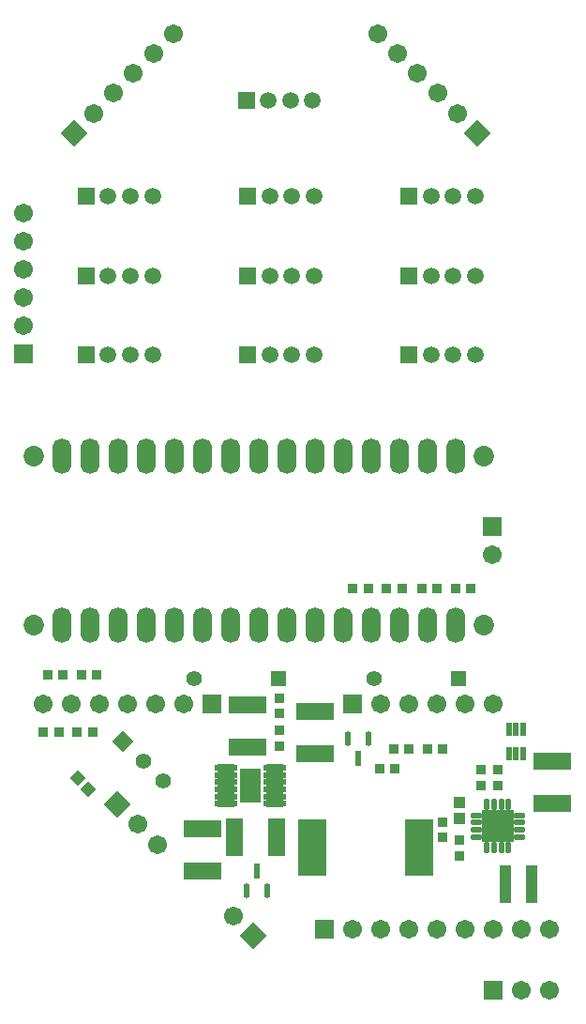
<source format=gbs>
G04*
G04 #@! TF.GenerationSoftware,Altium Limited,Altium Designer,19.1.8 (144)*
G04*
G04 Layer_Color=16711935*
%FSLAX25Y25*%
%MOIN*%
G70*
G01*
G75*
%ADD13R,0.06706X0.06706*%
%ADD14C,0.06706*%
%ADD15P,0.09483X4X360.0*%
%ADD16R,0.05524X0.05524*%
%ADD17C,0.05524*%
%ADD18P,0.07813X4X360.0*%
%ADD19R,0.06706X0.06706*%
%ADD20P,0.09483X4X90.0*%
%ADD21R,0.05950X0.05950*%
%ADD22C,0.05950*%
%ADD23O,0.06800X0.12611*%
%ADD24C,0.07296*%
%ADD25C,0.02769*%
%ADD44R,0.02310X0.05349*%
G04:AMPARAMS|DCode=45|XSize=53.49mil|YSize=23.1mil|CornerRadius=11.55mil|HoleSize=0mil|Usage=FLASHONLY|Rotation=90.000|XOffset=0mil|YOffset=0mil|HoleType=Round|Shape=RoundedRectangle|*
%AMROUNDEDRECTD45*
21,1,0.05349,0.00000,0,0,90.0*
21,1,0.03039,0.02310,0,0,90.0*
1,1,0.02310,0.00000,0.01519*
1,1,0.02310,0.00000,-0.01519*
1,1,0.02310,0.00000,-0.01519*
1,1,0.02310,0.00000,0.01519*
%
%ADD45ROUNDEDRECTD45*%
%ADD57R,0.03858X0.13386*%
%ADD58P,0.05374X4X360.0*%
%ADD59R,0.03800X0.03800*%
%ADD60R,0.06312X0.13792*%
%ADD61R,0.13792X0.06312*%
%ADD62R,0.07729X0.12414*%
%ADD63O,0.08280X0.02572*%
%ADD64R,0.03800X0.03800*%
%ADD65R,0.02375X0.04540*%
%ADD66R,0.10249X0.20485*%
%ADD67R,0.04343X0.03950*%
G04:AMPARAMS|DCode=68|XSize=41.07mil|YSize=20.6mil|CornerRadius=5.58mil|HoleSize=0mil|Usage=FLASHONLY|Rotation=90.000|XOffset=0mil|YOffset=0mil|HoleType=Round|Shape=RoundedRectangle|*
%AMROUNDEDRECTD68*
21,1,0.04107,0.00945,0,0,90.0*
21,1,0.02992,0.02060,0,0,90.0*
1,1,0.01115,0.00472,0.01496*
1,1,0.01115,0.00472,-0.01496*
1,1,0.01115,-0.00472,-0.01496*
1,1,0.01115,-0.00472,0.01496*
%
%ADD68ROUNDEDRECTD68*%
G04:AMPARAMS|DCode=69|XSize=41.07mil|YSize=20.6mil|CornerRadius=5.58mil|HoleSize=0mil|Usage=FLASHONLY|Rotation=180.000|XOffset=0mil|YOffset=0mil|HoleType=Round|Shape=RoundedRectangle|*
%AMROUNDEDRECTD69*
21,1,0.04107,0.00945,0,0,180.0*
21,1,0.02992,0.02060,0,0,180.0*
1,1,0.01115,-0.01496,0.00472*
1,1,0.01115,0.01496,0.00472*
1,1,0.01115,0.01496,-0.00472*
1,1,0.01115,-0.01496,-0.00472*
%
%ADD69ROUNDEDRECTD69*%
%ADD70R,0.11430X0.11430*%
D13*
X177000Y181500D02*
D03*
X10400Y242697D02*
D03*
D14*
X177000Y171500D02*
D03*
X50929Y75571D02*
D03*
X58000Y68500D02*
D03*
X137467Y38197D02*
D03*
X147467D02*
D03*
X157467D02*
D03*
X167467D02*
D03*
X177467D02*
D03*
X187467D02*
D03*
X197467D02*
D03*
X127467D02*
D03*
X85000Y43000D02*
D03*
X164681Y328126D02*
D03*
X157610Y335197D02*
D03*
X150539Y342268D02*
D03*
X143468Y349339D02*
D03*
X136397Y356410D02*
D03*
X35379Y328126D02*
D03*
X42450Y335197D02*
D03*
X49521Y342268D02*
D03*
X56592Y349339D02*
D03*
X63663Y356410D02*
D03*
X10400Y252697D02*
D03*
Y262697D02*
D03*
Y272697D02*
D03*
Y282697D02*
D03*
Y292697D02*
D03*
X17467Y118197D02*
D03*
X27467D02*
D03*
X37467D02*
D03*
X47467D02*
D03*
X67467D02*
D03*
X57467D02*
D03*
X137467D02*
D03*
X147467D02*
D03*
X157467D02*
D03*
X167467D02*
D03*
X177467D02*
D03*
X187467Y16697D02*
D03*
X197467D02*
D03*
D15*
X43858Y82642D02*
D03*
X92071Y35929D02*
D03*
X171752Y321055D02*
D03*
D16*
X165000Y127500D02*
D03*
X101000D02*
D03*
D17*
X135000D02*
D03*
X71000D02*
D03*
X52929Y98071D02*
D03*
X60000Y91000D02*
D03*
D18*
X45858Y105142D02*
D03*
D19*
X117467Y38197D02*
D03*
X77467Y118197D02*
D03*
X127467D02*
D03*
X177467Y16697D02*
D03*
D20*
X28308Y321055D02*
D03*
D21*
X32654Y298697D02*
D03*
Y270447D02*
D03*
Y242197D02*
D03*
X147471D02*
D03*
Y270447D02*
D03*
Y298697D02*
D03*
X89589Y332697D02*
D03*
X90062Y298697D02*
D03*
Y270447D02*
D03*
Y242197D02*
D03*
D22*
X40528Y298697D02*
D03*
X48402D02*
D03*
X56276D02*
D03*
X40528Y270447D02*
D03*
X48402D02*
D03*
X56276D02*
D03*
X40528Y242197D02*
D03*
X48402D02*
D03*
X56276D02*
D03*
X155345D02*
D03*
X163219D02*
D03*
X171093D02*
D03*
X155345Y270447D02*
D03*
X163219D02*
D03*
X171093D02*
D03*
X155345Y298697D02*
D03*
X163219D02*
D03*
X171093D02*
D03*
X97463Y332697D02*
D03*
X105337D02*
D03*
X113211D02*
D03*
X97936Y298697D02*
D03*
X105810D02*
D03*
X113684D02*
D03*
X97936Y270447D02*
D03*
X105810D02*
D03*
X113684D02*
D03*
X97936Y242197D02*
D03*
X105810D02*
D03*
X113684D02*
D03*
D23*
X23967Y146197D02*
D03*
X33967D02*
D03*
X43967D02*
D03*
X53967D02*
D03*
X63967D02*
D03*
X73967D02*
D03*
X83967D02*
D03*
X93967D02*
D03*
X103967D02*
D03*
X113967D02*
D03*
X123967D02*
D03*
X133967D02*
D03*
X143967D02*
D03*
X153967D02*
D03*
X163967D02*
D03*
Y206197D02*
D03*
X153967D02*
D03*
X143967D02*
D03*
X133967D02*
D03*
X123967D02*
D03*
X113967D02*
D03*
X103967D02*
D03*
X93967D02*
D03*
X83967D02*
D03*
X73967D02*
D03*
X63967D02*
D03*
X53967D02*
D03*
X43967D02*
D03*
X33967D02*
D03*
X23967D02*
D03*
D24*
X13967Y146197D02*
D03*
Y206197D02*
D03*
X173967D02*
D03*
Y146197D02*
D03*
D25*
X93244Y93610D02*
D03*
X88913D02*
D03*
X93244Y89280D02*
D03*
X88913D02*
D03*
X93244Y84949D02*
D03*
X88913D02*
D03*
D44*
X93500Y59149D02*
D03*
X129500Y98852D02*
D03*
D45*
X89898Y51851D02*
D03*
X97102D02*
D03*
X133102Y106149D02*
D03*
X125898D02*
D03*
D57*
X191165Y54500D02*
D03*
X181835D02*
D03*
D58*
X29611Y91889D02*
D03*
X33500Y88000D02*
D03*
D59*
X169500Y159500D02*
D03*
X164000D02*
D03*
X157500D02*
D03*
X152000D02*
D03*
X145000D02*
D03*
X139500D02*
D03*
X133000D02*
D03*
X127500D02*
D03*
X19000Y128534D02*
D03*
X24500D02*
D03*
X31000Y128659D02*
D03*
X36500D02*
D03*
X142500Y95500D02*
D03*
X137000D02*
D03*
X147500Y102500D02*
D03*
X142000D02*
D03*
X159500D02*
D03*
X154000D02*
D03*
X29500Y108500D02*
D03*
X35000D02*
D03*
X17500D02*
D03*
X23000D02*
D03*
D60*
X85520Y71000D02*
D03*
X100480D02*
D03*
D61*
X74000Y59020D02*
D03*
Y73980D02*
D03*
X114047Y115760D02*
D03*
Y100799D02*
D03*
X90000Y117980D02*
D03*
Y103020D02*
D03*
X198500Y83020D02*
D03*
Y97980D02*
D03*
D62*
X91079Y89280D02*
D03*
D63*
X99740Y95677D02*
D03*
Y93118D02*
D03*
Y90559D02*
D03*
Y88000D02*
D03*
Y85441D02*
D03*
Y82882D02*
D03*
X82417Y95677D02*
D03*
Y93118D02*
D03*
Y90559D02*
D03*
Y88000D02*
D03*
Y85441D02*
D03*
Y82882D02*
D03*
D64*
X101500Y103500D02*
D03*
Y109000D02*
D03*
Y115000D02*
D03*
Y120500D02*
D03*
X173000Y95000D02*
D03*
Y89500D02*
D03*
X179000Y95000D02*
D03*
Y89500D02*
D03*
X159500Y71000D02*
D03*
Y76500D02*
D03*
X165500Y70000D02*
D03*
Y64500D02*
D03*
D65*
X182941Y100530D02*
D03*
X185500D02*
D03*
X188059D02*
D03*
Y109191D02*
D03*
X185500D02*
D03*
X182941D02*
D03*
D66*
X113000Y67500D02*
D03*
X151000D02*
D03*
D67*
X165500Y83256D02*
D03*
Y77744D02*
D03*
D68*
X182839Y67382D02*
D03*
X180280D02*
D03*
X177720D02*
D03*
X175161D02*
D03*
Y82618D02*
D03*
X177720D02*
D03*
X180280D02*
D03*
X182839D02*
D03*
D69*
X186618Y78839D02*
D03*
Y76279D02*
D03*
Y73721D02*
D03*
Y71161D02*
D03*
X171382D02*
D03*
Y73721D02*
D03*
Y76279D02*
D03*
Y78839D02*
D03*
D70*
X179000Y75000D02*
D03*
M02*

</source>
